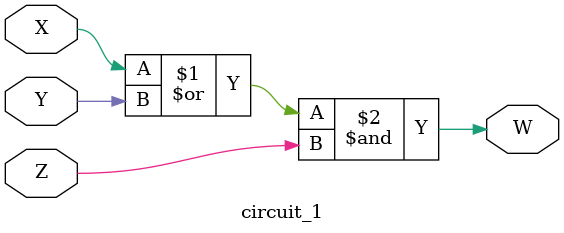
<source format=v>
module circuit_1 (
    input X,
    input Y,
    input Z,
    output W
);

assign W = (X | Y) & Z;

endmodule

</source>
